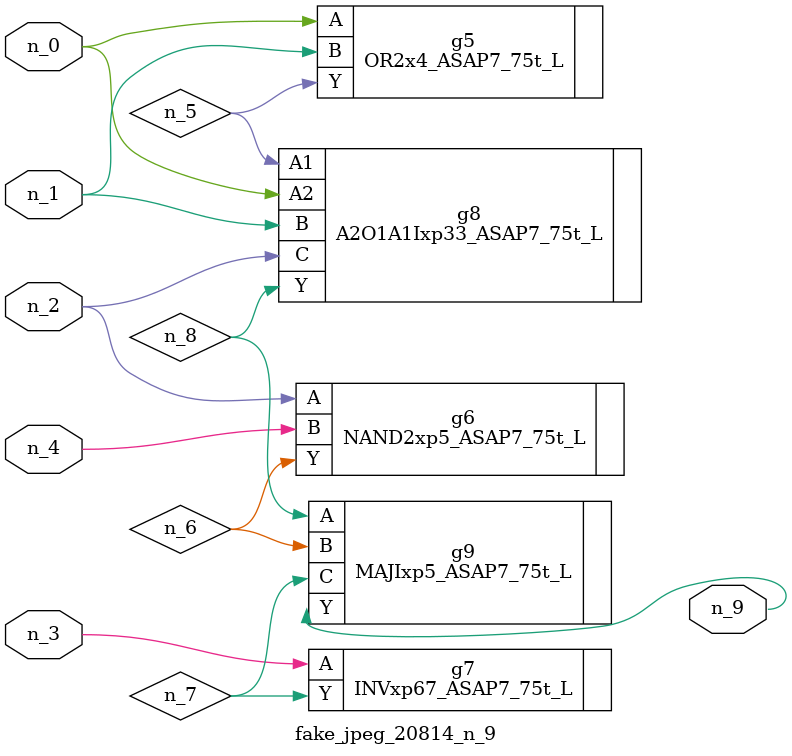
<source format=v>
module fake_jpeg_20814_n_9 (n_3, n_2, n_1, n_0, n_4, n_9);

input n_3;
input n_2;
input n_1;
input n_0;
input n_4;

output n_9;

wire n_8;
wire n_6;
wire n_5;
wire n_7;

OR2x4_ASAP7_75t_L g5 ( 
.A(n_0),
.B(n_1),
.Y(n_5)
);

NAND2xp5_ASAP7_75t_L g6 ( 
.A(n_2),
.B(n_4),
.Y(n_6)
);

INVxp67_ASAP7_75t_L g7 ( 
.A(n_3),
.Y(n_7)
);

A2O1A1Ixp33_ASAP7_75t_L g8 ( 
.A1(n_5),
.A2(n_0),
.B(n_1),
.C(n_2),
.Y(n_8)
);

MAJIxp5_ASAP7_75t_L g9 ( 
.A(n_8),
.B(n_6),
.C(n_7),
.Y(n_9)
);


endmodule
</source>
